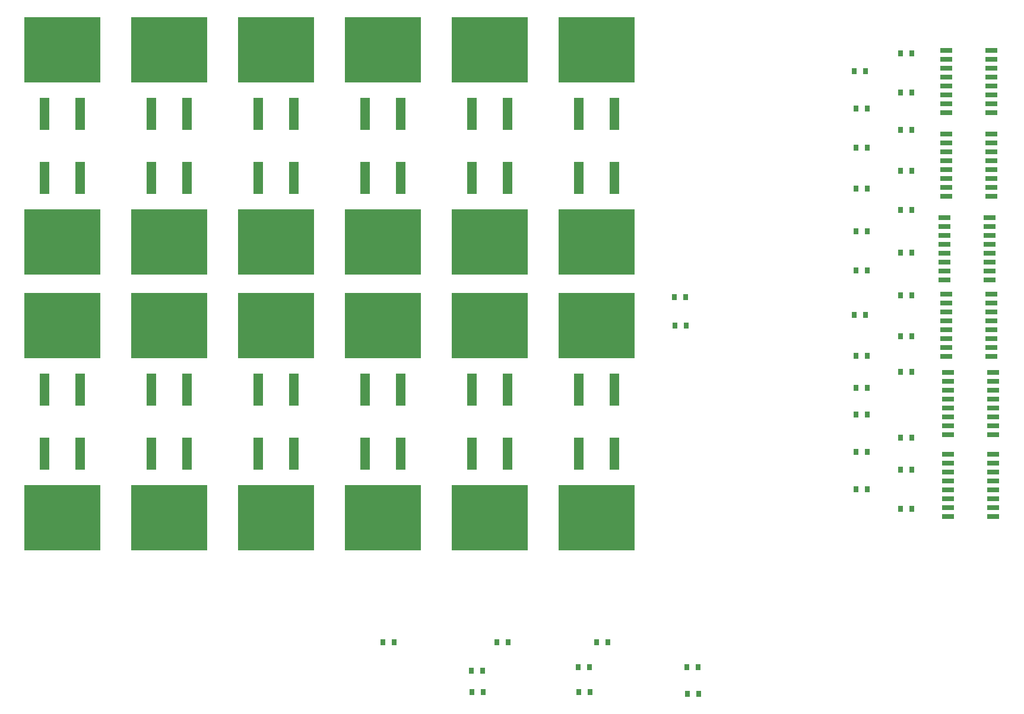
<source format=gbp>
G04 Layer_Color=128*
%FSAX25Y25*%
%MOIN*%
G70*
G01*
G75*
%ADD16R,0.03100X0.03800*%
%ADD45R,0.07008X0.02835*%
%ADD46R,0.05315X0.18110*%
%ADD47R,0.42520X0.37008*%
D16*
X0491300Y0325000D02*
D03*
X0485000D02*
D03*
X0484700Y0341000D02*
D03*
X0491000D02*
D03*
X0370700Y0131000D02*
D03*
X0377000D02*
D03*
X0377300Y0119000D02*
D03*
X0371000D02*
D03*
X0430700Y0133000D02*
D03*
X0437000D02*
D03*
X0437300Y0119000D02*
D03*
X0431000D02*
D03*
X0491700Y0133000D02*
D03*
X0498000D02*
D03*
X0498300Y0118000D02*
D03*
X0492000D02*
D03*
X0593000Y0447000D02*
D03*
X0586700D02*
D03*
X0618000Y0299000D02*
D03*
X0611700D02*
D03*
X0592000Y0468000D02*
D03*
X0585700D02*
D03*
X0618000Y0478000D02*
D03*
X0611700D02*
D03*
X0592000Y0331000D02*
D03*
X0585700D02*
D03*
X0618000Y0342000D02*
D03*
X0611700D02*
D03*
X0593000Y0308000D02*
D03*
X0586700D02*
D03*
X0618000Y0319000D02*
D03*
X0611700D02*
D03*
X0618000Y0456000D02*
D03*
X0611700D02*
D03*
X0593000Y0425000D02*
D03*
X0586700D02*
D03*
X0618000Y0435000D02*
D03*
X0611700D02*
D03*
X0593000Y0290000D02*
D03*
X0586700D02*
D03*
X0593000Y0402000D02*
D03*
X0586700D02*
D03*
X0618000Y0412000D02*
D03*
X0611700D02*
D03*
X0618000Y0262000D02*
D03*
X0611700D02*
D03*
X0593000Y0275000D02*
D03*
X0586700D02*
D03*
X0618000Y0244000D02*
D03*
X0611700D02*
D03*
X0593000Y0254000D02*
D03*
X0586700D02*
D03*
X0593000Y0378000D02*
D03*
X0586700D02*
D03*
X0618000Y0390000D02*
D03*
X0611700D02*
D03*
X0593000Y0356000D02*
D03*
X0586700D02*
D03*
X0618000Y0366000D02*
D03*
X0611700D02*
D03*
X0618000Y0222000D02*
D03*
X0611700D02*
D03*
X0593000Y0233000D02*
D03*
X0586700D02*
D03*
X0321000Y0147000D02*
D03*
X0327300D02*
D03*
X0385000D02*
D03*
X0391300D02*
D03*
X0441000D02*
D03*
X0447300D02*
D03*
D45*
X0663811Y0217567D02*
D03*
Y0222567D02*
D03*
Y0227567D02*
D03*
Y0232567D02*
D03*
Y0237567D02*
D03*
Y0242567D02*
D03*
Y0247567D02*
D03*
Y0252567D02*
D03*
X0638378D02*
D03*
Y0247567D02*
D03*
Y0242567D02*
D03*
Y0237567D02*
D03*
Y0232567D02*
D03*
Y0227567D02*
D03*
Y0222567D02*
D03*
Y0217567D02*
D03*
X0663811Y0263567D02*
D03*
Y0268567D02*
D03*
Y0273567D02*
D03*
Y0278567D02*
D03*
Y0283567D02*
D03*
Y0288567D02*
D03*
Y0293567D02*
D03*
Y0298567D02*
D03*
X0638378D02*
D03*
Y0293567D02*
D03*
Y0288567D02*
D03*
Y0283567D02*
D03*
Y0278567D02*
D03*
Y0273567D02*
D03*
Y0268567D02*
D03*
Y0263567D02*
D03*
X0662811Y0307567D02*
D03*
Y0312567D02*
D03*
Y0317567D02*
D03*
Y0322567D02*
D03*
Y0327567D02*
D03*
Y0332567D02*
D03*
Y0337567D02*
D03*
Y0342567D02*
D03*
X0637378D02*
D03*
Y0337567D02*
D03*
Y0332567D02*
D03*
Y0327567D02*
D03*
Y0322567D02*
D03*
Y0317567D02*
D03*
Y0312567D02*
D03*
Y0307567D02*
D03*
X0662811Y0444567D02*
D03*
Y0449567D02*
D03*
Y0454567D02*
D03*
Y0459567D02*
D03*
Y0464567D02*
D03*
Y0469567D02*
D03*
Y0474567D02*
D03*
Y0479567D02*
D03*
X0637378D02*
D03*
Y0474567D02*
D03*
Y0469567D02*
D03*
Y0464567D02*
D03*
Y0459567D02*
D03*
Y0454567D02*
D03*
Y0449567D02*
D03*
Y0444567D02*
D03*
X0661811Y0350567D02*
D03*
Y0355567D02*
D03*
Y0360567D02*
D03*
Y0365567D02*
D03*
Y0370567D02*
D03*
Y0375567D02*
D03*
Y0380567D02*
D03*
Y0385567D02*
D03*
X0636378D02*
D03*
Y0380567D02*
D03*
Y0375567D02*
D03*
Y0370567D02*
D03*
Y0365567D02*
D03*
Y0360567D02*
D03*
Y0355567D02*
D03*
Y0350567D02*
D03*
X0662811Y0397567D02*
D03*
Y0402567D02*
D03*
Y0407567D02*
D03*
Y0412567D02*
D03*
Y0417567D02*
D03*
Y0422567D02*
D03*
Y0427567D02*
D03*
Y0432567D02*
D03*
X0637378D02*
D03*
Y0427567D02*
D03*
Y0422567D02*
D03*
Y0417567D02*
D03*
Y0412567D02*
D03*
Y0407567D02*
D03*
Y0402567D02*
D03*
Y0397567D02*
D03*
D46*
X0331000Y0444000D02*
D03*
X0311000D02*
D03*
X0331000Y0289000D02*
D03*
X0311000D02*
D03*
X0271000D02*
D03*
X0251000D02*
D03*
X0131000Y0253000D02*
D03*
X0151000D02*
D03*
X0431000Y0408000D02*
D03*
X0451000D02*
D03*
Y0444000D02*
D03*
X0431000D02*
D03*
X0151000Y0289000D02*
D03*
X0131000D02*
D03*
X0251000Y0253000D02*
D03*
X0271000D02*
D03*
X0151000Y0444000D02*
D03*
X0131000D02*
D03*
Y0408000D02*
D03*
X0151000D02*
D03*
X0311000Y0253000D02*
D03*
X0331000D02*
D03*
X0251000Y0408000D02*
D03*
X0271000D02*
D03*
X0371000Y0253000D02*
D03*
X0391000D02*
D03*
X0371000Y0408000D02*
D03*
X0391000D02*
D03*
Y0444000D02*
D03*
X0371000D02*
D03*
X0391000Y0289000D02*
D03*
X0371000D02*
D03*
X0211000D02*
D03*
X0191000D02*
D03*
Y0253000D02*
D03*
X0211000D02*
D03*
Y0444000D02*
D03*
X0191000D02*
D03*
Y0408000D02*
D03*
X0211000D02*
D03*
X0431000Y0253000D02*
D03*
X0451000D02*
D03*
X0271000Y0444000D02*
D03*
X0251000D02*
D03*
X0451000Y0289000D02*
D03*
X0431000D02*
D03*
X0311000Y0408000D02*
D03*
X0331000D02*
D03*
D47*
X0321000Y0480024D02*
D03*
Y0325024D02*
D03*
X0261000D02*
D03*
X0141000Y0216976D02*
D03*
X0441000Y0371976D02*
D03*
Y0480024D02*
D03*
X0141000Y0325024D02*
D03*
X0261000Y0216976D02*
D03*
X0141000Y0480024D02*
D03*
Y0371976D02*
D03*
X0321000Y0216976D02*
D03*
X0261000Y0371976D02*
D03*
X0381000Y0216976D02*
D03*
Y0371976D02*
D03*
Y0480024D02*
D03*
Y0325024D02*
D03*
X0201000D02*
D03*
Y0216976D02*
D03*
Y0480024D02*
D03*
Y0371976D02*
D03*
X0441000Y0216976D02*
D03*
X0261000Y0480024D02*
D03*
X0441000Y0325024D02*
D03*
X0321000Y0371976D02*
D03*
M02*

</source>
